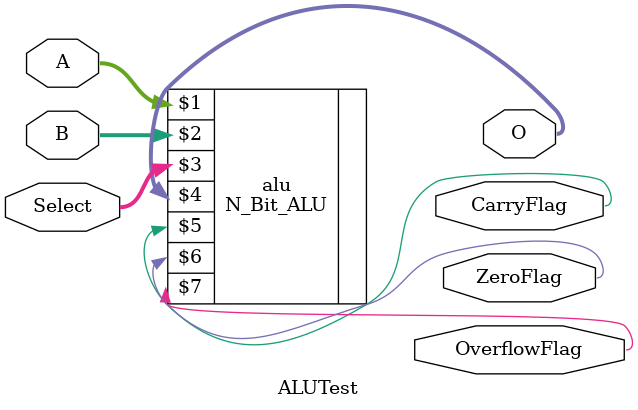
<source format=v>
module ALUTest(
    input [5:0] A, B,
    input [3:0] Select,
    output [5:0] O,
    output CarryFlag, ZeroFlag, OverflowFlag
);

    N_Bit_ALU #(6) alu(A, B, Select, O, CarryFlag, ZeroFlag, OverflowFlag);

endmodule

</source>
